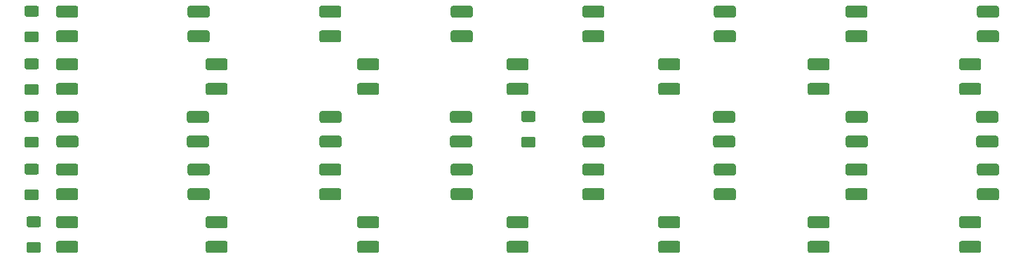
<source format=gbr>
%TF.GenerationSoftware,KiCad,Pcbnew,(5.1.9)-1*%
%TF.CreationDate,2021-11-26T10:49:09-06:00*%
%TF.ProjectId,Tri-Color-Panel,5472692d-436f-46c6-9f72-2d50616e656c,rev?*%
%TF.SameCoordinates,Original*%
%TF.FileFunction,Soldermask,Top*%
%TF.FilePolarity,Negative*%
%FSLAX46Y46*%
G04 Gerber Fmt 4.6, Leading zero omitted, Abs format (unit mm)*
G04 Created by KiCad (PCBNEW (5.1.9)-1) date 2021-11-26 10:49:09*
%MOMM*%
%LPD*%
G01*
G04 APERTURE LIST*
G04 APERTURE END LIST*
%TO.C,D1*%
G36*
G01*
X91462500Y-78600000D02*
X89312500Y-78600000D01*
G75*
G02*
X89062500Y-78350000I0J250000D01*
G01*
X89062500Y-77425000D01*
G75*
G02*
X89312500Y-77175000I250000J0D01*
G01*
X91462500Y-77175000D01*
G75*
G02*
X91712500Y-77425000I0J-250000D01*
G01*
X91712500Y-78350000D01*
G75*
G02*
X91462500Y-78600000I-250000J0D01*
G01*
G37*
G36*
G01*
X91462500Y-81575000D02*
X89312500Y-81575000D01*
G75*
G02*
X89062500Y-81325000I0J250000D01*
G01*
X89062500Y-80400000D01*
G75*
G02*
X89312500Y-80150000I250000J0D01*
G01*
X91462500Y-80150000D01*
G75*
G02*
X91712500Y-80400000I0J-250000D01*
G01*
X91712500Y-81325000D01*
G75*
G02*
X91462500Y-81575000I-250000J0D01*
G01*
G37*
%TD*%
%TO.C,D2*%
G36*
G01*
X107337500Y-78600000D02*
X105187500Y-78600000D01*
G75*
G02*
X104937500Y-78350000I0J250000D01*
G01*
X104937500Y-77425000D01*
G75*
G02*
X105187500Y-77175000I250000J0D01*
G01*
X107337500Y-77175000D01*
G75*
G02*
X107587500Y-77425000I0J-250000D01*
G01*
X107587500Y-78350000D01*
G75*
G02*
X107337500Y-78600000I-250000J0D01*
G01*
G37*
G36*
G01*
X107337500Y-81575000D02*
X105187500Y-81575000D01*
G75*
G02*
X104937500Y-81325000I0J250000D01*
G01*
X104937500Y-80400000D01*
G75*
G02*
X105187500Y-80150000I250000J0D01*
G01*
X107337500Y-80150000D01*
G75*
G02*
X107587500Y-80400000I0J-250000D01*
G01*
X107587500Y-81325000D01*
G75*
G02*
X107337500Y-81575000I-250000J0D01*
G01*
G37*
%TD*%
%TO.C,D3*%
G36*
G01*
X123212500Y-81575000D02*
X121062500Y-81575000D01*
G75*
G02*
X120812500Y-81325000I0J250000D01*
G01*
X120812500Y-80400000D01*
G75*
G02*
X121062500Y-80150000I250000J0D01*
G01*
X123212500Y-80150000D01*
G75*
G02*
X123462500Y-80400000I0J-250000D01*
G01*
X123462500Y-81325000D01*
G75*
G02*
X123212500Y-81575000I-250000J0D01*
G01*
G37*
G36*
G01*
X123212500Y-78600000D02*
X121062500Y-78600000D01*
G75*
G02*
X120812500Y-78350000I0J250000D01*
G01*
X120812500Y-77425000D01*
G75*
G02*
X121062500Y-77175000I250000J0D01*
G01*
X123212500Y-77175000D01*
G75*
G02*
X123462500Y-77425000I0J-250000D01*
G01*
X123462500Y-78350000D01*
G75*
G02*
X123212500Y-78600000I-250000J0D01*
G01*
G37*
%TD*%
%TO.C,D4*%
G36*
G01*
X139087500Y-78600000D02*
X136937500Y-78600000D01*
G75*
G02*
X136687500Y-78350000I0J250000D01*
G01*
X136687500Y-77425000D01*
G75*
G02*
X136937500Y-77175000I250000J0D01*
G01*
X139087500Y-77175000D01*
G75*
G02*
X139337500Y-77425000I0J-250000D01*
G01*
X139337500Y-78350000D01*
G75*
G02*
X139087500Y-78600000I-250000J0D01*
G01*
G37*
G36*
G01*
X139087500Y-81575000D02*
X136937500Y-81575000D01*
G75*
G02*
X136687500Y-81325000I0J250000D01*
G01*
X136687500Y-80400000D01*
G75*
G02*
X136937500Y-80150000I250000J0D01*
G01*
X139087500Y-80150000D01*
G75*
G02*
X139337500Y-80400000I0J-250000D01*
G01*
X139337500Y-81325000D01*
G75*
G02*
X139087500Y-81575000I-250000J0D01*
G01*
G37*
%TD*%
%TO.C,D5*%
G36*
G01*
X154962500Y-81575000D02*
X152812500Y-81575000D01*
G75*
G02*
X152562500Y-81325000I0J250000D01*
G01*
X152562500Y-80400000D01*
G75*
G02*
X152812500Y-80150000I250000J0D01*
G01*
X154962500Y-80150000D01*
G75*
G02*
X155212500Y-80400000I0J-250000D01*
G01*
X155212500Y-81325000D01*
G75*
G02*
X154962500Y-81575000I-250000J0D01*
G01*
G37*
G36*
G01*
X154962500Y-78600000D02*
X152812500Y-78600000D01*
G75*
G02*
X152562500Y-78350000I0J250000D01*
G01*
X152562500Y-77425000D01*
G75*
G02*
X152812500Y-77175000I250000J0D01*
G01*
X154962500Y-77175000D01*
G75*
G02*
X155212500Y-77425000I0J-250000D01*
G01*
X155212500Y-78350000D01*
G75*
G02*
X154962500Y-78600000I-250000J0D01*
G01*
G37*
%TD*%
%TO.C,D6*%
G36*
G01*
X170837500Y-78600000D02*
X168687500Y-78600000D01*
G75*
G02*
X168437500Y-78350000I0J250000D01*
G01*
X168437500Y-77425000D01*
G75*
G02*
X168687500Y-77175000I250000J0D01*
G01*
X170837500Y-77175000D01*
G75*
G02*
X171087500Y-77425000I0J-250000D01*
G01*
X171087500Y-78350000D01*
G75*
G02*
X170837500Y-78600000I-250000J0D01*
G01*
G37*
G36*
G01*
X170837500Y-81575000D02*
X168687500Y-81575000D01*
G75*
G02*
X168437500Y-81325000I0J250000D01*
G01*
X168437500Y-80400000D01*
G75*
G02*
X168687500Y-80150000I250000J0D01*
G01*
X170837500Y-80150000D01*
G75*
G02*
X171087500Y-80400000I0J-250000D01*
G01*
X171087500Y-81325000D01*
G75*
G02*
X170837500Y-81575000I-250000J0D01*
G01*
G37*
%TD*%
%TO.C,D7*%
G36*
G01*
X186712500Y-81575000D02*
X184562500Y-81575000D01*
G75*
G02*
X184312500Y-81325000I0J250000D01*
G01*
X184312500Y-80400000D01*
G75*
G02*
X184562500Y-80150000I250000J0D01*
G01*
X186712500Y-80150000D01*
G75*
G02*
X186962500Y-80400000I0J-250000D01*
G01*
X186962500Y-81325000D01*
G75*
G02*
X186712500Y-81575000I-250000J0D01*
G01*
G37*
G36*
G01*
X186712500Y-78600000D02*
X184562500Y-78600000D01*
G75*
G02*
X184312500Y-78350000I0J250000D01*
G01*
X184312500Y-77425000D01*
G75*
G02*
X184562500Y-77175000I250000J0D01*
G01*
X186712500Y-77175000D01*
G75*
G02*
X186962500Y-77425000I0J-250000D01*
G01*
X186962500Y-78350000D01*
G75*
G02*
X186712500Y-78600000I-250000J0D01*
G01*
G37*
%TD*%
%TO.C,D8*%
G36*
G01*
X202587500Y-78600000D02*
X200437500Y-78600000D01*
G75*
G02*
X200187500Y-78350000I0J250000D01*
G01*
X200187500Y-77425000D01*
G75*
G02*
X200437500Y-77175000I250000J0D01*
G01*
X202587500Y-77175000D01*
G75*
G02*
X202837500Y-77425000I0J-250000D01*
G01*
X202837500Y-78350000D01*
G75*
G02*
X202587500Y-78600000I-250000J0D01*
G01*
G37*
G36*
G01*
X202587500Y-81575000D02*
X200437500Y-81575000D01*
G75*
G02*
X200187500Y-81325000I0J250000D01*
G01*
X200187500Y-80400000D01*
G75*
G02*
X200437500Y-80150000I250000J0D01*
G01*
X202587500Y-80150000D01*
G75*
G02*
X202837500Y-80400000I0J-250000D01*
G01*
X202837500Y-81325000D01*
G75*
G02*
X202587500Y-81575000I-250000J0D01*
G01*
G37*
%TD*%
%TO.C,D9*%
G36*
G01*
X91462500Y-97650000D02*
X89312500Y-97650000D01*
G75*
G02*
X89062500Y-97400000I0J250000D01*
G01*
X89062500Y-96475000D01*
G75*
G02*
X89312500Y-96225000I250000J0D01*
G01*
X91462500Y-96225000D01*
G75*
G02*
X91712500Y-96475000I0J-250000D01*
G01*
X91712500Y-97400000D01*
G75*
G02*
X91462500Y-97650000I-250000J0D01*
G01*
G37*
G36*
G01*
X91462500Y-100625000D02*
X89312500Y-100625000D01*
G75*
G02*
X89062500Y-100375000I0J250000D01*
G01*
X89062500Y-99450000D01*
G75*
G02*
X89312500Y-99200000I250000J0D01*
G01*
X91462500Y-99200000D01*
G75*
G02*
X91712500Y-99450000I0J-250000D01*
G01*
X91712500Y-100375000D01*
G75*
G02*
X91462500Y-100625000I-250000J0D01*
G01*
G37*
%TD*%
%TO.C,D10*%
G36*
G01*
X107337500Y-100625000D02*
X105187500Y-100625000D01*
G75*
G02*
X104937500Y-100375000I0J250000D01*
G01*
X104937500Y-99450000D01*
G75*
G02*
X105187500Y-99200000I250000J0D01*
G01*
X107337500Y-99200000D01*
G75*
G02*
X107587500Y-99450000I0J-250000D01*
G01*
X107587500Y-100375000D01*
G75*
G02*
X107337500Y-100625000I-250000J0D01*
G01*
G37*
G36*
G01*
X107337500Y-97650000D02*
X105187500Y-97650000D01*
G75*
G02*
X104937500Y-97400000I0J250000D01*
G01*
X104937500Y-96475000D01*
G75*
G02*
X105187500Y-96225000I250000J0D01*
G01*
X107337500Y-96225000D01*
G75*
G02*
X107587500Y-96475000I0J-250000D01*
G01*
X107587500Y-97400000D01*
G75*
G02*
X107337500Y-97650000I-250000J0D01*
G01*
G37*
%TD*%
%TO.C,D11*%
G36*
G01*
X123212500Y-97650000D02*
X121062500Y-97650000D01*
G75*
G02*
X120812500Y-97400000I0J250000D01*
G01*
X120812500Y-96475000D01*
G75*
G02*
X121062500Y-96225000I250000J0D01*
G01*
X123212500Y-96225000D01*
G75*
G02*
X123462500Y-96475000I0J-250000D01*
G01*
X123462500Y-97400000D01*
G75*
G02*
X123212500Y-97650000I-250000J0D01*
G01*
G37*
G36*
G01*
X123212500Y-100625000D02*
X121062500Y-100625000D01*
G75*
G02*
X120812500Y-100375000I0J250000D01*
G01*
X120812500Y-99450000D01*
G75*
G02*
X121062500Y-99200000I250000J0D01*
G01*
X123212500Y-99200000D01*
G75*
G02*
X123462500Y-99450000I0J-250000D01*
G01*
X123462500Y-100375000D01*
G75*
G02*
X123212500Y-100625000I-250000J0D01*
G01*
G37*
%TD*%
%TO.C,D12*%
G36*
G01*
X139087500Y-97650000D02*
X136937500Y-97650000D01*
G75*
G02*
X136687500Y-97400000I0J250000D01*
G01*
X136687500Y-96475000D01*
G75*
G02*
X136937500Y-96225000I250000J0D01*
G01*
X139087500Y-96225000D01*
G75*
G02*
X139337500Y-96475000I0J-250000D01*
G01*
X139337500Y-97400000D01*
G75*
G02*
X139087500Y-97650000I-250000J0D01*
G01*
G37*
G36*
G01*
X139087500Y-100625000D02*
X136937500Y-100625000D01*
G75*
G02*
X136687500Y-100375000I0J250000D01*
G01*
X136687500Y-99450000D01*
G75*
G02*
X136937500Y-99200000I250000J0D01*
G01*
X139087500Y-99200000D01*
G75*
G02*
X139337500Y-99450000I0J-250000D01*
G01*
X139337500Y-100375000D01*
G75*
G02*
X139087500Y-100625000I-250000J0D01*
G01*
G37*
%TD*%
%TO.C,D13*%
G36*
G01*
X154962500Y-100625000D02*
X152812500Y-100625000D01*
G75*
G02*
X152562500Y-100375000I0J250000D01*
G01*
X152562500Y-99450000D01*
G75*
G02*
X152812500Y-99200000I250000J0D01*
G01*
X154962500Y-99200000D01*
G75*
G02*
X155212500Y-99450000I0J-250000D01*
G01*
X155212500Y-100375000D01*
G75*
G02*
X154962500Y-100625000I-250000J0D01*
G01*
G37*
G36*
G01*
X154962500Y-97650000D02*
X152812500Y-97650000D01*
G75*
G02*
X152562500Y-97400000I0J250000D01*
G01*
X152562500Y-96475000D01*
G75*
G02*
X152812500Y-96225000I250000J0D01*
G01*
X154962500Y-96225000D01*
G75*
G02*
X155212500Y-96475000I0J-250000D01*
G01*
X155212500Y-97400000D01*
G75*
G02*
X154962500Y-97650000I-250000J0D01*
G01*
G37*
%TD*%
%TO.C,D14*%
G36*
G01*
X170837500Y-100625000D02*
X168687500Y-100625000D01*
G75*
G02*
X168437500Y-100375000I0J250000D01*
G01*
X168437500Y-99450000D01*
G75*
G02*
X168687500Y-99200000I250000J0D01*
G01*
X170837500Y-99200000D01*
G75*
G02*
X171087500Y-99450000I0J-250000D01*
G01*
X171087500Y-100375000D01*
G75*
G02*
X170837500Y-100625000I-250000J0D01*
G01*
G37*
G36*
G01*
X170837500Y-97650000D02*
X168687500Y-97650000D01*
G75*
G02*
X168437500Y-97400000I0J250000D01*
G01*
X168437500Y-96475000D01*
G75*
G02*
X168687500Y-96225000I250000J0D01*
G01*
X170837500Y-96225000D01*
G75*
G02*
X171087500Y-96475000I0J-250000D01*
G01*
X171087500Y-97400000D01*
G75*
G02*
X170837500Y-97650000I-250000J0D01*
G01*
G37*
%TD*%
%TO.C,D15*%
G36*
G01*
X186712500Y-97650000D02*
X184562500Y-97650000D01*
G75*
G02*
X184312500Y-97400000I0J250000D01*
G01*
X184312500Y-96475000D01*
G75*
G02*
X184562500Y-96225000I250000J0D01*
G01*
X186712500Y-96225000D01*
G75*
G02*
X186962500Y-96475000I0J-250000D01*
G01*
X186962500Y-97400000D01*
G75*
G02*
X186712500Y-97650000I-250000J0D01*
G01*
G37*
G36*
G01*
X186712500Y-100625000D02*
X184562500Y-100625000D01*
G75*
G02*
X184312500Y-100375000I0J250000D01*
G01*
X184312500Y-99450000D01*
G75*
G02*
X184562500Y-99200000I250000J0D01*
G01*
X186712500Y-99200000D01*
G75*
G02*
X186962500Y-99450000I0J-250000D01*
G01*
X186962500Y-100375000D01*
G75*
G02*
X186712500Y-100625000I-250000J0D01*
G01*
G37*
%TD*%
%TO.C,D16*%
G36*
G01*
X202587500Y-100625000D02*
X200437500Y-100625000D01*
G75*
G02*
X200187500Y-100375000I0J250000D01*
G01*
X200187500Y-99450000D01*
G75*
G02*
X200437500Y-99200000I250000J0D01*
G01*
X202587500Y-99200000D01*
G75*
G02*
X202837500Y-99450000I0J-250000D01*
G01*
X202837500Y-100375000D01*
G75*
G02*
X202587500Y-100625000I-250000J0D01*
G01*
G37*
G36*
G01*
X202587500Y-97650000D02*
X200437500Y-97650000D01*
G75*
G02*
X200187500Y-97400000I0J250000D01*
G01*
X200187500Y-96475000D01*
G75*
G02*
X200437500Y-96225000I250000J0D01*
G01*
X202587500Y-96225000D01*
G75*
G02*
X202837500Y-96475000I0J-250000D01*
G01*
X202837500Y-97400000D01*
G75*
G02*
X202587500Y-97650000I-250000J0D01*
G01*
G37*
%TD*%
%TO.C,D17*%
G36*
G01*
X91462500Y-87925000D02*
X89312500Y-87925000D01*
G75*
G02*
X89062500Y-87675000I0J250000D01*
G01*
X89062500Y-86750000D01*
G75*
G02*
X89312500Y-86500000I250000J0D01*
G01*
X91462500Y-86500000D01*
G75*
G02*
X91712500Y-86750000I0J-250000D01*
G01*
X91712500Y-87675000D01*
G75*
G02*
X91462500Y-87925000I-250000J0D01*
G01*
G37*
G36*
G01*
X91462500Y-84950000D02*
X89312500Y-84950000D01*
G75*
G02*
X89062500Y-84700000I0J250000D01*
G01*
X89062500Y-83775000D01*
G75*
G02*
X89312500Y-83525000I250000J0D01*
G01*
X91462500Y-83525000D01*
G75*
G02*
X91712500Y-83775000I0J-250000D01*
G01*
X91712500Y-84700000D01*
G75*
G02*
X91462500Y-84950000I-250000J0D01*
G01*
G37*
%TD*%
%TO.C,D18*%
G36*
G01*
X109496500Y-87925000D02*
X107346500Y-87925000D01*
G75*
G02*
X107096500Y-87675000I0J250000D01*
G01*
X107096500Y-86750000D01*
G75*
G02*
X107346500Y-86500000I250000J0D01*
G01*
X109496500Y-86500000D01*
G75*
G02*
X109746500Y-86750000I0J-250000D01*
G01*
X109746500Y-87675000D01*
G75*
G02*
X109496500Y-87925000I-250000J0D01*
G01*
G37*
G36*
G01*
X109496500Y-84950000D02*
X107346500Y-84950000D01*
G75*
G02*
X107096500Y-84700000I0J250000D01*
G01*
X107096500Y-83775000D01*
G75*
G02*
X107346500Y-83525000I250000J0D01*
G01*
X109496500Y-83525000D01*
G75*
G02*
X109746500Y-83775000I0J-250000D01*
G01*
X109746500Y-84700000D01*
G75*
G02*
X109496500Y-84950000I-250000J0D01*
G01*
G37*
%TD*%
%TO.C,D19*%
G36*
G01*
X127784500Y-87925000D02*
X125634500Y-87925000D01*
G75*
G02*
X125384500Y-87675000I0J250000D01*
G01*
X125384500Y-86750000D01*
G75*
G02*
X125634500Y-86500000I250000J0D01*
G01*
X127784500Y-86500000D01*
G75*
G02*
X128034500Y-86750000I0J-250000D01*
G01*
X128034500Y-87675000D01*
G75*
G02*
X127784500Y-87925000I-250000J0D01*
G01*
G37*
G36*
G01*
X127784500Y-84950000D02*
X125634500Y-84950000D01*
G75*
G02*
X125384500Y-84700000I0J250000D01*
G01*
X125384500Y-83775000D01*
G75*
G02*
X125634500Y-83525000I250000J0D01*
G01*
X127784500Y-83525000D01*
G75*
G02*
X128034500Y-83775000I0J-250000D01*
G01*
X128034500Y-84700000D01*
G75*
G02*
X127784500Y-84950000I-250000J0D01*
G01*
G37*
%TD*%
%TO.C,D20*%
G36*
G01*
X145818500Y-87925000D02*
X143668500Y-87925000D01*
G75*
G02*
X143418500Y-87675000I0J250000D01*
G01*
X143418500Y-86750000D01*
G75*
G02*
X143668500Y-86500000I250000J0D01*
G01*
X145818500Y-86500000D01*
G75*
G02*
X146068500Y-86750000I0J-250000D01*
G01*
X146068500Y-87675000D01*
G75*
G02*
X145818500Y-87925000I-250000J0D01*
G01*
G37*
G36*
G01*
X145818500Y-84950000D02*
X143668500Y-84950000D01*
G75*
G02*
X143418500Y-84700000I0J250000D01*
G01*
X143418500Y-83775000D01*
G75*
G02*
X143668500Y-83525000I250000J0D01*
G01*
X145818500Y-83525000D01*
G75*
G02*
X146068500Y-83775000I0J-250000D01*
G01*
X146068500Y-84700000D01*
G75*
G02*
X145818500Y-84950000I-250000J0D01*
G01*
G37*
%TD*%
%TO.C,D21*%
G36*
G01*
X164106500Y-84950000D02*
X161956500Y-84950000D01*
G75*
G02*
X161706500Y-84700000I0J250000D01*
G01*
X161706500Y-83775000D01*
G75*
G02*
X161956500Y-83525000I250000J0D01*
G01*
X164106500Y-83525000D01*
G75*
G02*
X164356500Y-83775000I0J-250000D01*
G01*
X164356500Y-84700000D01*
G75*
G02*
X164106500Y-84950000I-250000J0D01*
G01*
G37*
G36*
G01*
X164106500Y-87925000D02*
X161956500Y-87925000D01*
G75*
G02*
X161706500Y-87675000I0J250000D01*
G01*
X161706500Y-86750000D01*
G75*
G02*
X161956500Y-86500000I250000J0D01*
G01*
X164106500Y-86500000D01*
G75*
G02*
X164356500Y-86750000I0J-250000D01*
G01*
X164356500Y-87675000D01*
G75*
G02*
X164106500Y-87925000I-250000J0D01*
G01*
G37*
%TD*%
%TO.C,D22*%
G36*
G01*
X182140500Y-87925000D02*
X179990500Y-87925000D01*
G75*
G02*
X179740500Y-87675000I0J250000D01*
G01*
X179740500Y-86750000D01*
G75*
G02*
X179990500Y-86500000I250000J0D01*
G01*
X182140500Y-86500000D01*
G75*
G02*
X182390500Y-86750000I0J-250000D01*
G01*
X182390500Y-87675000D01*
G75*
G02*
X182140500Y-87925000I-250000J0D01*
G01*
G37*
G36*
G01*
X182140500Y-84950000D02*
X179990500Y-84950000D01*
G75*
G02*
X179740500Y-84700000I0J250000D01*
G01*
X179740500Y-83775000D01*
G75*
G02*
X179990500Y-83525000I250000J0D01*
G01*
X182140500Y-83525000D01*
G75*
G02*
X182390500Y-83775000I0J-250000D01*
G01*
X182390500Y-84700000D01*
G75*
G02*
X182140500Y-84950000I-250000J0D01*
G01*
G37*
%TD*%
%TO.C,D23*%
G36*
G01*
X200428500Y-84950000D02*
X198278500Y-84950000D01*
G75*
G02*
X198028500Y-84700000I0J250000D01*
G01*
X198028500Y-83775000D01*
G75*
G02*
X198278500Y-83525000I250000J0D01*
G01*
X200428500Y-83525000D01*
G75*
G02*
X200678500Y-83775000I0J-250000D01*
G01*
X200678500Y-84700000D01*
G75*
G02*
X200428500Y-84950000I-250000J0D01*
G01*
G37*
G36*
G01*
X200428500Y-87925000D02*
X198278500Y-87925000D01*
G75*
G02*
X198028500Y-87675000I0J250000D01*
G01*
X198028500Y-86750000D01*
G75*
G02*
X198278500Y-86500000I250000J0D01*
G01*
X200428500Y-86500000D01*
G75*
G02*
X200678500Y-86750000I0J-250000D01*
G01*
X200678500Y-87675000D01*
G75*
G02*
X200428500Y-87925000I-250000J0D01*
G01*
G37*
%TD*%
%TO.C,D24*%
G36*
G01*
X91462500Y-104000000D02*
X89312500Y-104000000D01*
G75*
G02*
X89062500Y-103750000I0J250000D01*
G01*
X89062500Y-102825000D01*
G75*
G02*
X89312500Y-102575000I250000J0D01*
G01*
X91462500Y-102575000D01*
G75*
G02*
X91712500Y-102825000I0J-250000D01*
G01*
X91712500Y-103750000D01*
G75*
G02*
X91462500Y-104000000I-250000J0D01*
G01*
G37*
G36*
G01*
X91462500Y-106975000D02*
X89312500Y-106975000D01*
G75*
G02*
X89062500Y-106725000I0J250000D01*
G01*
X89062500Y-105800000D01*
G75*
G02*
X89312500Y-105550000I250000J0D01*
G01*
X91462500Y-105550000D01*
G75*
G02*
X91712500Y-105800000I0J-250000D01*
G01*
X91712500Y-106725000D01*
G75*
G02*
X91462500Y-106975000I-250000J0D01*
G01*
G37*
%TD*%
%TO.C,D25*%
G36*
G01*
X109496500Y-106975000D02*
X107346500Y-106975000D01*
G75*
G02*
X107096500Y-106725000I0J250000D01*
G01*
X107096500Y-105800000D01*
G75*
G02*
X107346500Y-105550000I250000J0D01*
G01*
X109496500Y-105550000D01*
G75*
G02*
X109746500Y-105800000I0J-250000D01*
G01*
X109746500Y-106725000D01*
G75*
G02*
X109496500Y-106975000I-250000J0D01*
G01*
G37*
G36*
G01*
X109496500Y-104000000D02*
X107346500Y-104000000D01*
G75*
G02*
X107096500Y-103750000I0J250000D01*
G01*
X107096500Y-102825000D01*
G75*
G02*
X107346500Y-102575000I250000J0D01*
G01*
X109496500Y-102575000D01*
G75*
G02*
X109746500Y-102825000I0J-250000D01*
G01*
X109746500Y-103750000D01*
G75*
G02*
X109496500Y-104000000I-250000J0D01*
G01*
G37*
%TD*%
%TO.C,D26*%
G36*
G01*
X127784500Y-104000000D02*
X125634500Y-104000000D01*
G75*
G02*
X125384500Y-103750000I0J250000D01*
G01*
X125384500Y-102825000D01*
G75*
G02*
X125634500Y-102575000I250000J0D01*
G01*
X127784500Y-102575000D01*
G75*
G02*
X128034500Y-102825000I0J-250000D01*
G01*
X128034500Y-103750000D01*
G75*
G02*
X127784500Y-104000000I-250000J0D01*
G01*
G37*
G36*
G01*
X127784500Y-106975000D02*
X125634500Y-106975000D01*
G75*
G02*
X125384500Y-106725000I0J250000D01*
G01*
X125384500Y-105800000D01*
G75*
G02*
X125634500Y-105550000I250000J0D01*
G01*
X127784500Y-105550000D01*
G75*
G02*
X128034500Y-105800000I0J-250000D01*
G01*
X128034500Y-106725000D01*
G75*
G02*
X127784500Y-106975000I-250000J0D01*
G01*
G37*
%TD*%
%TO.C,D27*%
G36*
G01*
X145818500Y-106975000D02*
X143668500Y-106975000D01*
G75*
G02*
X143418500Y-106725000I0J250000D01*
G01*
X143418500Y-105800000D01*
G75*
G02*
X143668500Y-105550000I250000J0D01*
G01*
X145818500Y-105550000D01*
G75*
G02*
X146068500Y-105800000I0J-250000D01*
G01*
X146068500Y-106725000D01*
G75*
G02*
X145818500Y-106975000I-250000J0D01*
G01*
G37*
G36*
G01*
X145818500Y-104000000D02*
X143668500Y-104000000D01*
G75*
G02*
X143418500Y-103750000I0J250000D01*
G01*
X143418500Y-102825000D01*
G75*
G02*
X143668500Y-102575000I250000J0D01*
G01*
X145818500Y-102575000D01*
G75*
G02*
X146068500Y-102825000I0J-250000D01*
G01*
X146068500Y-103750000D01*
G75*
G02*
X145818500Y-104000000I-250000J0D01*
G01*
G37*
%TD*%
%TO.C,D28*%
G36*
G01*
X164106500Y-104000000D02*
X161956500Y-104000000D01*
G75*
G02*
X161706500Y-103750000I0J250000D01*
G01*
X161706500Y-102825000D01*
G75*
G02*
X161956500Y-102575000I250000J0D01*
G01*
X164106500Y-102575000D01*
G75*
G02*
X164356500Y-102825000I0J-250000D01*
G01*
X164356500Y-103750000D01*
G75*
G02*
X164106500Y-104000000I-250000J0D01*
G01*
G37*
G36*
G01*
X164106500Y-106975000D02*
X161956500Y-106975000D01*
G75*
G02*
X161706500Y-106725000I0J250000D01*
G01*
X161706500Y-105800000D01*
G75*
G02*
X161956500Y-105550000I250000J0D01*
G01*
X164106500Y-105550000D01*
G75*
G02*
X164356500Y-105800000I0J-250000D01*
G01*
X164356500Y-106725000D01*
G75*
G02*
X164106500Y-106975000I-250000J0D01*
G01*
G37*
%TD*%
%TO.C,D29*%
G36*
G01*
X182140500Y-106975000D02*
X179990500Y-106975000D01*
G75*
G02*
X179740500Y-106725000I0J250000D01*
G01*
X179740500Y-105800000D01*
G75*
G02*
X179990500Y-105550000I250000J0D01*
G01*
X182140500Y-105550000D01*
G75*
G02*
X182390500Y-105800000I0J-250000D01*
G01*
X182390500Y-106725000D01*
G75*
G02*
X182140500Y-106975000I-250000J0D01*
G01*
G37*
G36*
G01*
X182140500Y-104000000D02*
X179990500Y-104000000D01*
G75*
G02*
X179740500Y-103750000I0J250000D01*
G01*
X179740500Y-102825000D01*
G75*
G02*
X179990500Y-102575000I250000J0D01*
G01*
X182140500Y-102575000D01*
G75*
G02*
X182390500Y-102825000I0J-250000D01*
G01*
X182390500Y-103750000D01*
G75*
G02*
X182140500Y-104000000I-250000J0D01*
G01*
G37*
%TD*%
%TO.C,D30*%
G36*
G01*
X200428500Y-104000000D02*
X198278500Y-104000000D01*
G75*
G02*
X198028500Y-103750000I0J250000D01*
G01*
X198028500Y-102825000D01*
G75*
G02*
X198278500Y-102575000I250000J0D01*
G01*
X200428500Y-102575000D01*
G75*
G02*
X200678500Y-102825000I0J-250000D01*
G01*
X200678500Y-103750000D01*
G75*
G02*
X200428500Y-104000000I-250000J0D01*
G01*
G37*
G36*
G01*
X200428500Y-106975000D02*
X198278500Y-106975000D01*
G75*
G02*
X198028500Y-106725000I0J250000D01*
G01*
X198028500Y-105800000D01*
G75*
G02*
X198278500Y-105550000I250000J0D01*
G01*
X200428500Y-105550000D01*
G75*
G02*
X200678500Y-105800000I0J-250000D01*
G01*
X200678500Y-106725000D01*
G75*
G02*
X200428500Y-106975000I-250000J0D01*
G01*
G37*
%TD*%
%TO.C,D31*%
G36*
G01*
X91499000Y-91300000D02*
X89349000Y-91300000D01*
G75*
G02*
X89099000Y-91050000I0J250000D01*
G01*
X89099000Y-90125000D01*
G75*
G02*
X89349000Y-89875000I250000J0D01*
G01*
X91499000Y-89875000D01*
G75*
G02*
X91749000Y-90125000I0J-250000D01*
G01*
X91749000Y-91050000D01*
G75*
G02*
X91499000Y-91300000I-250000J0D01*
G01*
G37*
G36*
G01*
X91499000Y-94275000D02*
X89349000Y-94275000D01*
G75*
G02*
X89099000Y-94025000I0J250000D01*
G01*
X89099000Y-93100000D01*
G75*
G02*
X89349000Y-92850000I250000J0D01*
G01*
X91499000Y-92850000D01*
G75*
G02*
X91749000Y-93100000I0J-250000D01*
G01*
X91749000Y-94025000D01*
G75*
G02*
X91499000Y-94275000I-250000J0D01*
G01*
G37*
%TD*%
%TO.C,D32*%
G36*
G01*
X107247000Y-94275000D02*
X105097000Y-94275000D01*
G75*
G02*
X104847000Y-94025000I0J250000D01*
G01*
X104847000Y-93100000D01*
G75*
G02*
X105097000Y-92850000I250000J0D01*
G01*
X107247000Y-92850000D01*
G75*
G02*
X107497000Y-93100000I0J-250000D01*
G01*
X107497000Y-94025000D01*
G75*
G02*
X107247000Y-94275000I-250000J0D01*
G01*
G37*
G36*
G01*
X107247000Y-91300000D02*
X105097000Y-91300000D01*
G75*
G02*
X104847000Y-91050000I0J250000D01*
G01*
X104847000Y-90125000D01*
G75*
G02*
X105097000Y-89875000I250000J0D01*
G01*
X107247000Y-89875000D01*
G75*
G02*
X107497000Y-90125000I0J-250000D01*
G01*
X107497000Y-91050000D01*
G75*
G02*
X107247000Y-91300000I-250000J0D01*
G01*
G37*
%TD*%
%TO.C,D33*%
G36*
G01*
X123249000Y-91300000D02*
X121099000Y-91300000D01*
G75*
G02*
X120849000Y-91050000I0J250000D01*
G01*
X120849000Y-90125000D01*
G75*
G02*
X121099000Y-89875000I250000J0D01*
G01*
X123249000Y-89875000D01*
G75*
G02*
X123499000Y-90125000I0J-250000D01*
G01*
X123499000Y-91050000D01*
G75*
G02*
X123249000Y-91300000I-250000J0D01*
G01*
G37*
G36*
G01*
X123249000Y-94275000D02*
X121099000Y-94275000D01*
G75*
G02*
X120849000Y-94025000I0J250000D01*
G01*
X120849000Y-93100000D01*
G75*
G02*
X121099000Y-92850000I250000J0D01*
G01*
X123249000Y-92850000D01*
G75*
G02*
X123499000Y-93100000I0J-250000D01*
G01*
X123499000Y-94025000D01*
G75*
G02*
X123249000Y-94275000I-250000J0D01*
G01*
G37*
%TD*%
%TO.C,D34*%
G36*
G01*
X138997000Y-94275000D02*
X136847000Y-94275000D01*
G75*
G02*
X136597000Y-94025000I0J250000D01*
G01*
X136597000Y-93100000D01*
G75*
G02*
X136847000Y-92850000I250000J0D01*
G01*
X138997000Y-92850000D01*
G75*
G02*
X139247000Y-93100000I0J-250000D01*
G01*
X139247000Y-94025000D01*
G75*
G02*
X138997000Y-94275000I-250000J0D01*
G01*
G37*
G36*
G01*
X138997000Y-91300000D02*
X136847000Y-91300000D01*
G75*
G02*
X136597000Y-91050000I0J250000D01*
G01*
X136597000Y-90125000D01*
G75*
G02*
X136847000Y-89875000I250000J0D01*
G01*
X138997000Y-89875000D01*
G75*
G02*
X139247000Y-90125000I0J-250000D01*
G01*
X139247000Y-91050000D01*
G75*
G02*
X138997000Y-91300000I-250000J0D01*
G01*
G37*
%TD*%
%TO.C,D35*%
G36*
G01*
X154999000Y-94275000D02*
X152849000Y-94275000D01*
G75*
G02*
X152599000Y-94025000I0J250000D01*
G01*
X152599000Y-93100000D01*
G75*
G02*
X152849000Y-92850000I250000J0D01*
G01*
X154999000Y-92850000D01*
G75*
G02*
X155249000Y-93100000I0J-250000D01*
G01*
X155249000Y-94025000D01*
G75*
G02*
X154999000Y-94275000I-250000J0D01*
G01*
G37*
G36*
G01*
X154999000Y-91300000D02*
X152849000Y-91300000D01*
G75*
G02*
X152599000Y-91050000I0J250000D01*
G01*
X152599000Y-90125000D01*
G75*
G02*
X152849000Y-89875000I250000J0D01*
G01*
X154999000Y-89875000D01*
G75*
G02*
X155249000Y-90125000I0J-250000D01*
G01*
X155249000Y-91050000D01*
G75*
G02*
X154999000Y-91300000I-250000J0D01*
G01*
G37*
%TD*%
%TO.C,D36*%
G36*
G01*
X170747000Y-91300000D02*
X168597000Y-91300000D01*
G75*
G02*
X168347000Y-91050000I0J250000D01*
G01*
X168347000Y-90125000D01*
G75*
G02*
X168597000Y-89875000I250000J0D01*
G01*
X170747000Y-89875000D01*
G75*
G02*
X170997000Y-90125000I0J-250000D01*
G01*
X170997000Y-91050000D01*
G75*
G02*
X170747000Y-91300000I-250000J0D01*
G01*
G37*
G36*
G01*
X170747000Y-94275000D02*
X168597000Y-94275000D01*
G75*
G02*
X168347000Y-94025000I0J250000D01*
G01*
X168347000Y-93100000D01*
G75*
G02*
X168597000Y-92850000I250000J0D01*
G01*
X170747000Y-92850000D01*
G75*
G02*
X170997000Y-93100000I0J-250000D01*
G01*
X170997000Y-94025000D01*
G75*
G02*
X170747000Y-94275000I-250000J0D01*
G01*
G37*
%TD*%
%TO.C,D37*%
G36*
G01*
X186749000Y-94275000D02*
X184599000Y-94275000D01*
G75*
G02*
X184349000Y-94025000I0J250000D01*
G01*
X184349000Y-93100000D01*
G75*
G02*
X184599000Y-92850000I250000J0D01*
G01*
X186749000Y-92850000D01*
G75*
G02*
X186999000Y-93100000I0J-250000D01*
G01*
X186999000Y-94025000D01*
G75*
G02*
X186749000Y-94275000I-250000J0D01*
G01*
G37*
G36*
G01*
X186749000Y-91300000D02*
X184599000Y-91300000D01*
G75*
G02*
X184349000Y-91050000I0J250000D01*
G01*
X184349000Y-90125000D01*
G75*
G02*
X184599000Y-89875000I250000J0D01*
G01*
X186749000Y-89875000D01*
G75*
G02*
X186999000Y-90125000I0J-250000D01*
G01*
X186999000Y-91050000D01*
G75*
G02*
X186749000Y-91300000I-250000J0D01*
G01*
G37*
%TD*%
%TO.C,D38*%
G36*
G01*
X202497000Y-91300000D02*
X200347000Y-91300000D01*
G75*
G02*
X200097000Y-91050000I0J250000D01*
G01*
X200097000Y-90125000D01*
G75*
G02*
X200347000Y-89875000I250000J0D01*
G01*
X202497000Y-89875000D01*
G75*
G02*
X202747000Y-90125000I0J-250000D01*
G01*
X202747000Y-91050000D01*
G75*
G02*
X202497000Y-91300000I-250000J0D01*
G01*
G37*
G36*
G01*
X202497000Y-94275000D02*
X200347000Y-94275000D01*
G75*
G02*
X200097000Y-94025000I0J250000D01*
G01*
X200097000Y-93100000D01*
G75*
G02*
X200347000Y-92850000I250000J0D01*
G01*
X202497000Y-92850000D01*
G75*
G02*
X202747000Y-93100000I0J-250000D01*
G01*
X202747000Y-94025000D01*
G75*
G02*
X202497000Y-94275000I-250000J0D01*
G01*
G37*
%TD*%
%TO.C,R1*%
G36*
G01*
X86731000Y-78475000D02*
X85481000Y-78475000D01*
G75*
G02*
X85231000Y-78225000I0J250000D01*
G01*
X85231000Y-77425000D01*
G75*
G02*
X85481000Y-77175000I250000J0D01*
G01*
X86731000Y-77175000D01*
G75*
G02*
X86981000Y-77425000I0J-250000D01*
G01*
X86981000Y-78225000D01*
G75*
G02*
X86731000Y-78475000I-250000J0D01*
G01*
G37*
G36*
G01*
X86731000Y-81575000D02*
X85481000Y-81575000D01*
G75*
G02*
X85231000Y-81325000I0J250000D01*
G01*
X85231000Y-80525000D01*
G75*
G02*
X85481000Y-80275000I250000J0D01*
G01*
X86731000Y-80275000D01*
G75*
G02*
X86981000Y-80525000I0J-250000D01*
G01*
X86981000Y-81325000D01*
G75*
G02*
X86731000Y-81575000I-250000J0D01*
G01*
G37*
%TD*%
%TO.C,R2*%
G36*
G01*
X86731000Y-100625000D02*
X85481000Y-100625000D01*
G75*
G02*
X85231000Y-100375000I0J250000D01*
G01*
X85231000Y-99575000D01*
G75*
G02*
X85481000Y-99325000I250000J0D01*
G01*
X86731000Y-99325000D01*
G75*
G02*
X86981000Y-99575000I0J-250000D01*
G01*
X86981000Y-100375000D01*
G75*
G02*
X86731000Y-100625000I-250000J0D01*
G01*
G37*
G36*
G01*
X86731000Y-97525000D02*
X85481000Y-97525000D01*
G75*
G02*
X85231000Y-97275000I0J250000D01*
G01*
X85231000Y-96475000D01*
G75*
G02*
X85481000Y-96225000I250000J0D01*
G01*
X86731000Y-96225000D01*
G75*
G02*
X86981000Y-96475000I0J-250000D01*
G01*
X86981000Y-97275000D01*
G75*
G02*
X86731000Y-97525000I-250000J0D01*
G01*
G37*
%TD*%
%TO.C,R3*%
G36*
G01*
X86731000Y-84825000D02*
X85481000Y-84825000D01*
G75*
G02*
X85231000Y-84575000I0J250000D01*
G01*
X85231000Y-83775000D01*
G75*
G02*
X85481000Y-83525000I250000J0D01*
G01*
X86731000Y-83525000D01*
G75*
G02*
X86981000Y-83775000I0J-250000D01*
G01*
X86981000Y-84575000D01*
G75*
G02*
X86731000Y-84825000I-250000J0D01*
G01*
G37*
G36*
G01*
X86731000Y-87925000D02*
X85481000Y-87925000D01*
G75*
G02*
X85231000Y-87675000I0J250000D01*
G01*
X85231000Y-86875000D01*
G75*
G02*
X85481000Y-86625000I250000J0D01*
G01*
X86731000Y-86625000D01*
G75*
G02*
X86981000Y-86875000I0J-250000D01*
G01*
X86981000Y-87675000D01*
G75*
G02*
X86731000Y-87925000I-250000J0D01*
G01*
G37*
%TD*%
%TO.C,R4*%
G36*
G01*
X86985000Y-106975000D02*
X85735000Y-106975000D01*
G75*
G02*
X85485000Y-106725000I0J250000D01*
G01*
X85485000Y-105925000D01*
G75*
G02*
X85735000Y-105675000I250000J0D01*
G01*
X86985000Y-105675000D01*
G75*
G02*
X87235000Y-105925000I0J-250000D01*
G01*
X87235000Y-106725000D01*
G75*
G02*
X86985000Y-106975000I-250000J0D01*
G01*
G37*
G36*
G01*
X86985000Y-103875000D02*
X85735000Y-103875000D01*
G75*
G02*
X85485000Y-103625000I0J250000D01*
G01*
X85485000Y-102825000D01*
G75*
G02*
X85735000Y-102575000I250000J0D01*
G01*
X86985000Y-102575000D01*
G75*
G02*
X87235000Y-102825000I0J-250000D01*
G01*
X87235000Y-103625000D01*
G75*
G02*
X86985000Y-103875000I-250000J0D01*
G01*
G37*
%TD*%
%TO.C,R5*%
G36*
G01*
X86731000Y-91175000D02*
X85481000Y-91175000D01*
G75*
G02*
X85231000Y-90925000I0J250000D01*
G01*
X85231000Y-90125000D01*
G75*
G02*
X85481000Y-89875000I250000J0D01*
G01*
X86731000Y-89875000D01*
G75*
G02*
X86981000Y-90125000I0J-250000D01*
G01*
X86981000Y-90925000D01*
G75*
G02*
X86731000Y-91175000I-250000J0D01*
G01*
G37*
G36*
G01*
X86731000Y-94275000D02*
X85481000Y-94275000D01*
G75*
G02*
X85231000Y-94025000I0J250000D01*
G01*
X85231000Y-93225000D01*
G75*
G02*
X85481000Y-92975000I250000J0D01*
G01*
X86731000Y-92975000D01*
G75*
G02*
X86981000Y-93225000I0J-250000D01*
G01*
X86981000Y-94025000D01*
G75*
G02*
X86731000Y-94275000I-250000J0D01*
G01*
G37*
%TD*%
%TO.C,R6*%
G36*
G01*
X146675000Y-94275000D02*
X145425000Y-94275000D01*
G75*
G02*
X145175000Y-94025000I0J250000D01*
G01*
X145175000Y-93225000D01*
G75*
G02*
X145425000Y-92975000I250000J0D01*
G01*
X146675000Y-92975000D01*
G75*
G02*
X146925000Y-93225000I0J-250000D01*
G01*
X146925000Y-94025000D01*
G75*
G02*
X146675000Y-94275000I-250000J0D01*
G01*
G37*
G36*
G01*
X146675000Y-91175000D02*
X145425000Y-91175000D01*
G75*
G02*
X145175000Y-90925000I0J250000D01*
G01*
X145175000Y-90125000D01*
G75*
G02*
X145425000Y-89875000I250000J0D01*
G01*
X146675000Y-89875000D01*
G75*
G02*
X146925000Y-90125000I0J-250000D01*
G01*
X146925000Y-90925000D01*
G75*
G02*
X146675000Y-91175000I-250000J0D01*
G01*
G37*
%TD*%
M02*

</source>
